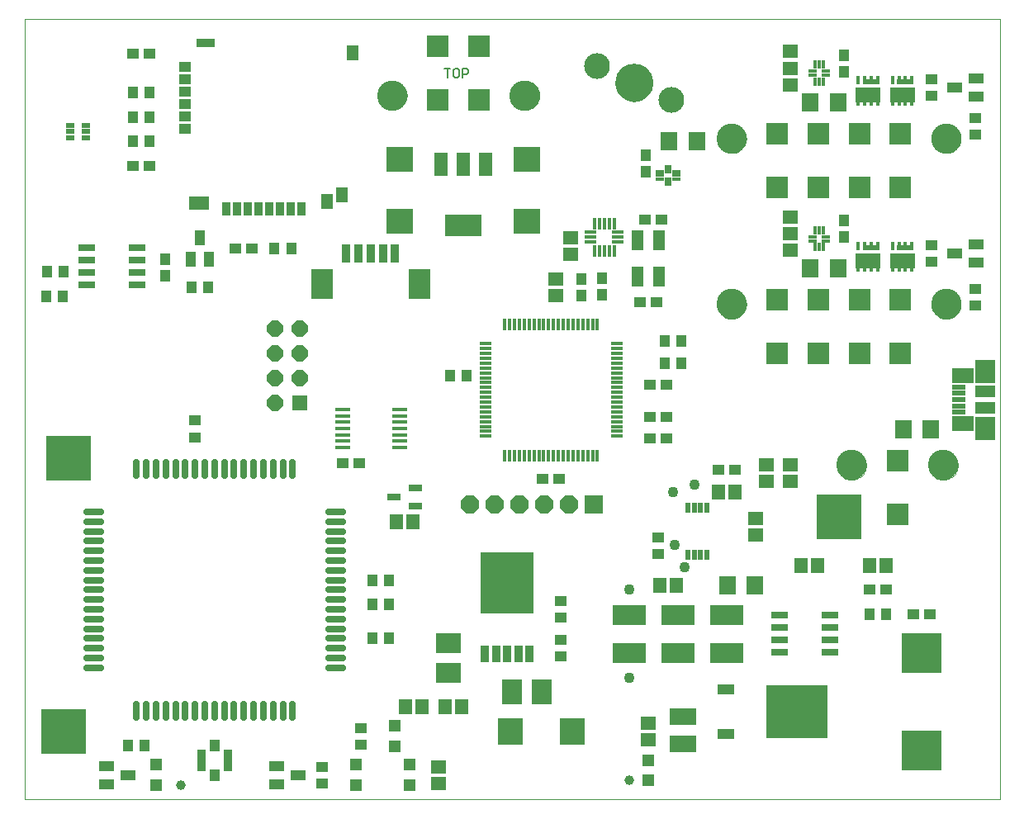
<source format=gts>
G75*
G70*
%OFA0B0*%
%FSLAX24Y24*%
%IPPOS*%
%LPD*%
%AMOC8*
5,1,8,0,0,1.08239X$1,22.5*
%
%ADD10C,0.0000*%
%ADD11C,0.0050*%
%ADD12R,0.0160X0.0480*%
%ADD13R,0.0480X0.0160*%
%ADD14R,0.0434X0.0473*%
%ADD15R,0.0631X0.0552*%
%ADD16R,0.0670X0.0260*%
%ADD17R,0.0473X0.0591*%
%ADD18R,0.0512X0.0591*%
%ADD19R,0.0355X0.0532*%
%ADD20R,0.0827X0.0532*%
%ADD21R,0.0512X0.0426*%
%ADD22R,0.0729X0.0375*%
%ADD23R,0.0620X0.0180*%
%ADD24R,0.0512X0.0158*%
%ADD25R,0.0158X0.0512*%
%ADD26C,0.0276*%
%ADD27R,0.0335X0.0197*%
%ADD28R,0.0473X0.0434*%
%ADD29R,0.0591X0.0434*%
%ADD30R,0.0512X0.0512*%
%ADD31R,0.0375X0.0906*%
%ADD32R,0.0434X0.0453*%
%ADD33R,0.0201X0.0442*%
%ADD34R,0.1615X0.1615*%
%ADD35R,0.0670X0.0276*%
%ADD36R,0.2481X0.2166*%
%ADD37R,0.0670X0.0434*%
%ADD38R,0.0670X0.0750*%
%ADD39R,0.0552X0.0631*%
%ADD40R,0.1379X0.0788*%
%ADD41R,0.1103X0.0670*%
%ADD42C,0.0434*%
%ADD43R,0.2166X0.2481*%
%ADD44R,0.0355X0.0670*%
%ADD45R,0.0867X0.0867*%
%ADD46C,0.1221*%
%ADD47R,0.0340X0.0140*%
%ADD48R,0.0140X0.0340*%
%ADD49R,0.0178X0.0178*%
%ADD50R,0.0705X0.0217*%
%ADD51R,0.0178X0.0355*%
%ADD52R,0.0984X0.0630*%
%ADD53C,0.1040*%
%ADD54C,0.1528*%
%ADD55R,0.0520X0.0920*%
%ADD56R,0.1457X0.0906*%
%ADD57R,0.1103X0.1044*%
%ADD58R,0.1044X0.1103*%
%ADD59R,0.0808X0.1024*%
%ADD60R,0.1024X0.0808*%
%ADD61OC8,0.0740*%
%ADD62R,0.0740X0.0740*%
%ADD63R,0.0560X0.0260*%
%ADD64C,0.0394*%
%ADD65R,0.0512X0.0827*%
%ADD66R,0.0583X0.0217*%
%ADD67R,0.0867X0.0621*%
%ADD68R,0.0788X0.0975*%
%ADD69R,0.0788X0.0503*%
%ADD70R,0.0434X0.0591*%
%ADD71R,0.0670X0.0749*%
%ADD72R,0.0640X0.0640*%
%ADD73OC8,0.0640*%
%ADD74R,0.0355X0.0749*%
%ADD75R,0.0867X0.1221*%
%ADD76R,0.1818X0.1818*%
D10*
X002964Y004456D02*
X002964Y035952D01*
X042334Y035952D01*
X042334Y004456D01*
X002964Y004456D01*
X030916Y024452D02*
X030918Y024500D01*
X030924Y024548D01*
X030934Y024595D01*
X030947Y024641D01*
X030965Y024686D01*
X030985Y024730D01*
X031010Y024772D01*
X031038Y024811D01*
X031068Y024848D01*
X031102Y024882D01*
X031139Y024914D01*
X031177Y024943D01*
X031218Y024968D01*
X031261Y024990D01*
X031306Y025008D01*
X031352Y025022D01*
X031399Y025033D01*
X031447Y025040D01*
X031495Y025043D01*
X031543Y025042D01*
X031591Y025037D01*
X031639Y025028D01*
X031685Y025016D01*
X031730Y024999D01*
X031774Y024979D01*
X031816Y024956D01*
X031856Y024929D01*
X031894Y024899D01*
X031929Y024866D01*
X031961Y024830D01*
X031991Y024792D01*
X032017Y024751D01*
X032039Y024708D01*
X032059Y024664D01*
X032074Y024619D01*
X032086Y024572D01*
X032094Y024524D01*
X032098Y024476D01*
X032098Y024428D01*
X032094Y024380D01*
X032086Y024332D01*
X032074Y024285D01*
X032059Y024240D01*
X032039Y024196D01*
X032017Y024153D01*
X031991Y024112D01*
X031961Y024074D01*
X031929Y024038D01*
X031894Y024005D01*
X031856Y023975D01*
X031816Y023948D01*
X031774Y023925D01*
X031730Y023905D01*
X031685Y023888D01*
X031639Y023876D01*
X031591Y023867D01*
X031543Y023862D01*
X031495Y023861D01*
X031447Y023864D01*
X031399Y023871D01*
X031352Y023882D01*
X031306Y023896D01*
X031261Y023914D01*
X031218Y023936D01*
X031177Y023961D01*
X031139Y023990D01*
X031102Y024022D01*
X031068Y024056D01*
X031038Y024093D01*
X031010Y024132D01*
X030985Y024174D01*
X030965Y024218D01*
X030947Y024263D01*
X030934Y024309D01*
X030924Y024356D01*
X030918Y024404D01*
X030916Y024452D01*
X030916Y031145D02*
X030918Y031193D01*
X030924Y031241D01*
X030934Y031288D01*
X030947Y031334D01*
X030965Y031379D01*
X030985Y031423D01*
X031010Y031465D01*
X031038Y031504D01*
X031068Y031541D01*
X031102Y031575D01*
X031139Y031607D01*
X031177Y031636D01*
X031218Y031661D01*
X031261Y031683D01*
X031306Y031701D01*
X031352Y031715D01*
X031399Y031726D01*
X031447Y031733D01*
X031495Y031736D01*
X031543Y031735D01*
X031591Y031730D01*
X031639Y031721D01*
X031685Y031709D01*
X031730Y031692D01*
X031774Y031672D01*
X031816Y031649D01*
X031856Y031622D01*
X031894Y031592D01*
X031929Y031559D01*
X031961Y031523D01*
X031991Y031485D01*
X032017Y031444D01*
X032039Y031401D01*
X032059Y031357D01*
X032074Y031312D01*
X032086Y031265D01*
X032094Y031217D01*
X032098Y031169D01*
X032098Y031121D01*
X032094Y031073D01*
X032086Y031025D01*
X032074Y030978D01*
X032059Y030933D01*
X032039Y030889D01*
X032017Y030846D01*
X031991Y030805D01*
X031961Y030767D01*
X031929Y030731D01*
X031894Y030698D01*
X031856Y030668D01*
X031816Y030641D01*
X031774Y030618D01*
X031730Y030598D01*
X031685Y030581D01*
X031639Y030569D01*
X031591Y030560D01*
X031543Y030555D01*
X031495Y030554D01*
X031447Y030557D01*
X031399Y030564D01*
X031352Y030575D01*
X031306Y030589D01*
X031261Y030607D01*
X031218Y030629D01*
X031177Y030654D01*
X031139Y030683D01*
X031102Y030715D01*
X031068Y030749D01*
X031038Y030786D01*
X031010Y030825D01*
X030985Y030867D01*
X030965Y030911D01*
X030947Y030956D01*
X030934Y031002D01*
X030924Y031049D01*
X030918Y031097D01*
X030916Y031145D01*
X026826Y033393D02*
X026828Y033447D01*
X026834Y033501D01*
X026844Y033555D01*
X026858Y033607D01*
X026875Y033659D01*
X026896Y033709D01*
X026921Y033757D01*
X026950Y033804D01*
X026981Y033848D01*
X027016Y033889D01*
X027054Y033929D01*
X027094Y033965D01*
X027137Y033998D01*
X027182Y034028D01*
X027230Y034055D01*
X027279Y034078D01*
X027330Y034097D01*
X027382Y034113D01*
X027435Y034125D01*
X027489Y034133D01*
X027543Y034137D01*
X027597Y034137D01*
X027651Y034133D01*
X027705Y034125D01*
X027758Y034113D01*
X027810Y034097D01*
X027861Y034078D01*
X027910Y034055D01*
X027958Y034028D01*
X028003Y033998D01*
X028046Y033965D01*
X028086Y033929D01*
X028124Y033889D01*
X028159Y033848D01*
X028190Y033804D01*
X028219Y033757D01*
X028244Y033709D01*
X028265Y033659D01*
X028282Y033607D01*
X028296Y033555D01*
X028306Y033501D01*
X028312Y033447D01*
X028314Y033393D01*
X028312Y033339D01*
X028306Y033285D01*
X028296Y033231D01*
X028282Y033179D01*
X028265Y033127D01*
X028244Y033077D01*
X028219Y033029D01*
X028190Y032982D01*
X028159Y032938D01*
X028124Y032897D01*
X028086Y032857D01*
X028046Y032821D01*
X028003Y032788D01*
X027958Y032758D01*
X027910Y032731D01*
X027861Y032708D01*
X027810Y032689D01*
X027758Y032673D01*
X027705Y032661D01*
X027651Y032653D01*
X027597Y032649D01*
X027543Y032649D01*
X027489Y032653D01*
X027435Y032661D01*
X027382Y032673D01*
X027330Y032689D01*
X027279Y032708D01*
X027230Y032731D01*
X027182Y032758D01*
X027137Y032788D01*
X027094Y032821D01*
X027054Y032857D01*
X027016Y032897D01*
X026981Y032938D01*
X026950Y032982D01*
X026921Y033029D01*
X026896Y033077D01*
X026875Y033127D01*
X026858Y033179D01*
X026844Y033231D01*
X026834Y033285D01*
X026828Y033339D01*
X026826Y033393D01*
X022569Y032885D02*
X022571Y032933D01*
X022577Y032981D01*
X022587Y033028D01*
X022600Y033074D01*
X022618Y033119D01*
X022638Y033163D01*
X022663Y033205D01*
X022691Y033244D01*
X022721Y033281D01*
X022755Y033315D01*
X022792Y033347D01*
X022830Y033376D01*
X022871Y033401D01*
X022914Y033423D01*
X022959Y033441D01*
X023005Y033455D01*
X023052Y033466D01*
X023100Y033473D01*
X023148Y033476D01*
X023196Y033475D01*
X023244Y033470D01*
X023292Y033461D01*
X023338Y033449D01*
X023383Y033432D01*
X023427Y033412D01*
X023469Y033389D01*
X023509Y033362D01*
X023547Y033332D01*
X023582Y033299D01*
X023614Y033263D01*
X023644Y033225D01*
X023670Y033184D01*
X023692Y033141D01*
X023712Y033097D01*
X023727Y033052D01*
X023739Y033005D01*
X023747Y032957D01*
X023751Y032909D01*
X023751Y032861D01*
X023747Y032813D01*
X023739Y032765D01*
X023727Y032718D01*
X023712Y032673D01*
X023692Y032629D01*
X023670Y032586D01*
X023644Y032545D01*
X023614Y032507D01*
X023582Y032471D01*
X023547Y032438D01*
X023509Y032408D01*
X023469Y032381D01*
X023427Y032358D01*
X023383Y032338D01*
X023338Y032321D01*
X023292Y032309D01*
X023244Y032300D01*
X023196Y032295D01*
X023148Y032294D01*
X023100Y032297D01*
X023052Y032304D01*
X023005Y032315D01*
X022959Y032329D01*
X022914Y032347D01*
X022871Y032369D01*
X022830Y032394D01*
X022792Y032423D01*
X022755Y032455D01*
X022721Y032489D01*
X022691Y032526D01*
X022663Y032565D01*
X022638Y032607D01*
X022618Y032651D01*
X022600Y032696D01*
X022587Y032742D01*
X022577Y032789D01*
X022571Y032837D01*
X022569Y032885D01*
X017215Y032885D02*
X017217Y032933D01*
X017223Y032981D01*
X017233Y033028D01*
X017246Y033074D01*
X017264Y033119D01*
X017284Y033163D01*
X017309Y033205D01*
X017337Y033244D01*
X017367Y033281D01*
X017401Y033315D01*
X017438Y033347D01*
X017476Y033376D01*
X017517Y033401D01*
X017560Y033423D01*
X017605Y033441D01*
X017651Y033455D01*
X017698Y033466D01*
X017746Y033473D01*
X017794Y033476D01*
X017842Y033475D01*
X017890Y033470D01*
X017938Y033461D01*
X017984Y033449D01*
X018029Y033432D01*
X018073Y033412D01*
X018115Y033389D01*
X018155Y033362D01*
X018193Y033332D01*
X018228Y033299D01*
X018260Y033263D01*
X018290Y033225D01*
X018316Y033184D01*
X018338Y033141D01*
X018358Y033097D01*
X018373Y033052D01*
X018385Y033005D01*
X018393Y032957D01*
X018397Y032909D01*
X018397Y032861D01*
X018393Y032813D01*
X018385Y032765D01*
X018373Y032718D01*
X018358Y032673D01*
X018338Y032629D01*
X018316Y032586D01*
X018290Y032545D01*
X018260Y032507D01*
X018228Y032471D01*
X018193Y032438D01*
X018155Y032408D01*
X018115Y032381D01*
X018073Y032358D01*
X018029Y032338D01*
X017984Y032321D01*
X017938Y032309D01*
X017890Y032300D01*
X017842Y032295D01*
X017794Y032294D01*
X017746Y032297D01*
X017698Y032304D01*
X017651Y032315D01*
X017605Y032329D01*
X017560Y032347D01*
X017517Y032369D01*
X017476Y032394D01*
X017438Y032423D01*
X017401Y032455D01*
X017367Y032489D01*
X017337Y032526D01*
X017309Y032565D01*
X017284Y032607D01*
X017264Y032651D01*
X017246Y032696D01*
X017233Y032742D01*
X017223Y032789D01*
X017217Y032837D01*
X017215Y032885D01*
X035758Y017956D02*
X035760Y018004D01*
X035766Y018052D01*
X035776Y018099D01*
X035789Y018145D01*
X035807Y018190D01*
X035827Y018234D01*
X035852Y018276D01*
X035880Y018315D01*
X035910Y018352D01*
X035944Y018386D01*
X035981Y018418D01*
X036019Y018447D01*
X036060Y018472D01*
X036103Y018494D01*
X036148Y018512D01*
X036194Y018526D01*
X036241Y018537D01*
X036289Y018544D01*
X036337Y018547D01*
X036385Y018546D01*
X036433Y018541D01*
X036481Y018532D01*
X036527Y018520D01*
X036572Y018503D01*
X036616Y018483D01*
X036658Y018460D01*
X036698Y018433D01*
X036736Y018403D01*
X036771Y018370D01*
X036803Y018334D01*
X036833Y018296D01*
X036859Y018255D01*
X036881Y018212D01*
X036901Y018168D01*
X036916Y018123D01*
X036928Y018076D01*
X036936Y018028D01*
X036940Y017980D01*
X036940Y017932D01*
X036936Y017884D01*
X036928Y017836D01*
X036916Y017789D01*
X036901Y017744D01*
X036881Y017700D01*
X036859Y017657D01*
X036833Y017616D01*
X036803Y017578D01*
X036771Y017542D01*
X036736Y017509D01*
X036698Y017479D01*
X036658Y017452D01*
X036616Y017429D01*
X036572Y017409D01*
X036527Y017392D01*
X036481Y017380D01*
X036433Y017371D01*
X036385Y017366D01*
X036337Y017365D01*
X036289Y017368D01*
X036241Y017375D01*
X036194Y017386D01*
X036148Y017400D01*
X036103Y017418D01*
X036060Y017440D01*
X036019Y017465D01*
X035981Y017494D01*
X035944Y017526D01*
X035910Y017560D01*
X035880Y017597D01*
X035852Y017636D01*
X035827Y017678D01*
X035807Y017722D01*
X035789Y017767D01*
X035776Y017813D01*
X035766Y017860D01*
X035760Y017908D01*
X035758Y017956D01*
X039459Y017956D02*
X039461Y018004D01*
X039467Y018052D01*
X039477Y018099D01*
X039490Y018145D01*
X039508Y018190D01*
X039528Y018234D01*
X039553Y018276D01*
X039581Y018315D01*
X039611Y018352D01*
X039645Y018386D01*
X039682Y018418D01*
X039720Y018447D01*
X039761Y018472D01*
X039804Y018494D01*
X039849Y018512D01*
X039895Y018526D01*
X039942Y018537D01*
X039990Y018544D01*
X040038Y018547D01*
X040086Y018546D01*
X040134Y018541D01*
X040182Y018532D01*
X040228Y018520D01*
X040273Y018503D01*
X040317Y018483D01*
X040359Y018460D01*
X040399Y018433D01*
X040437Y018403D01*
X040472Y018370D01*
X040504Y018334D01*
X040534Y018296D01*
X040560Y018255D01*
X040582Y018212D01*
X040602Y018168D01*
X040617Y018123D01*
X040629Y018076D01*
X040637Y018028D01*
X040641Y017980D01*
X040641Y017932D01*
X040637Y017884D01*
X040629Y017836D01*
X040617Y017789D01*
X040602Y017744D01*
X040582Y017700D01*
X040560Y017657D01*
X040534Y017616D01*
X040504Y017578D01*
X040472Y017542D01*
X040437Y017509D01*
X040399Y017479D01*
X040359Y017452D01*
X040317Y017429D01*
X040273Y017409D01*
X040228Y017392D01*
X040182Y017380D01*
X040134Y017371D01*
X040086Y017366D01*
X040038Y017365D01*
X039990Y017368D01*
X039942Y017375D01*
X039895Y017386D01*
X039849Y017400D01*
X039804Y017418D01*
X039761Y017440D01*
X039720Y017465D01*
X039682Y017494D01*
X039645Y017526D01*
X039611Y017560D01*
X039581Y017597D01*
X039553Y017636D01*
X039528Y017678D01*
X039508Y017722D01*
X039490Y017767D01*
X039477Y017813D01*
X039467Y017860D01*
X039461Y017908D01*
X039459Y017956D01*
X039577Y024452D02*
X039579Y024500D01*
X039585Y024548D01*
X039595Y024595D01*
X039608Y024641D01*
X039626Y024686D01*
X039646Y024730D01*
X039671Y024772D01*
X039699Y024811D01*
X039729Y024848D01*
X039763Y024882D01*
X039800Y024914D01*
X039838Y024943D01*
X039879Y024968D01*
X039922Y024990D01*
X039967Y025008D01*
X040013Y025022D01*
X040060Y025033D01*
X040108Y025040D01*
X040156Y025043D01*
X040204Y025042D01*
X040252Y025037D01*
X040300Y025028D01*
X040346Y025016D01*
X040391Y024999D01*
X040435Y024979D01*
X040477Y024956D01*
X040517Y024929D01*
X040555Y024899D01*
X040590Y024866D01*
X040622Y024830D01*
X040652Y024792D01*
X040678Y024751D01*
X040700Y024708D01*
X040720Y024664D01*
X040735Y024619D01*
X040747Y024572D01*
X040755Y024524D01*
X040759Y024476D01*
X040759Y024428D01*
X040755Y024380D01*
X040747Y024332D01*
X040735Y024285D01*
X040720Y024240D01*
X040700Y024196D01*
X040678Y024153D01*
X040652Y024112D01*
X040622Y024074D01*
X040590Y024038D01*
X040555Y024005D01*
X040517Y023975D01*
X040477Y023948D01*
X040435Y023925D01*
X040391Y023905D01*
X040346Y023888D01*
X040300Y023876D01*
X040252Y023867D01*
X040204Y023862D01*
X040156Y023861D01*
X040108Y023864D01*
X040060Y023871D01*
X040013Y023882D01*
X039967Y023896D01*
X039922Y023914D01*
X039879Y023936D01*
X039838Y023961D01*
X039800Y023990D01*
X039763Y024022D01*
X039729Y024056D01*
X039699Y024093D01*
X039671Y024132D01*
X039646Y024174D01*
X039626Y024218D01*
X039608Y024263D01*
X039595Y024309D01*
X039585Y024356D01*
X039579Y024404D01*
X039577Y024452D01*
X039577Y031145D02*
X039579Y031193D01*
X039585Y031241D01*
X039595Y031288D01*
X039608Y031334D01*
X039626Y031379D01*
X039646Y031423D01*
X039671Y031465D01*
X039699Y031504D01*
X039729Y031541D01*
X039763Y031575D01*
X039800Y031607D01*
X039838Y031636D01*
X039879Y031661D01*
X039922Y031683D01*
X039967Y031701D01*
X040013Y031715D01*
X040060Y031726D01*
X040108Y031733D01*
X040156Y031736D01*
X040204Y031735D01*
X040252Y031730D01*
X040300Y031721D01*
X040346Y031709D01*
X040391Y031692D01*
X040435Y031672D01*
X040477Y031649D01*
X040517Y031622D01*
X040555Y031592D01*
X040590Y031559D01*
X040622Y031523D01*
X040652Y031485D01*
X040678Y031444D01*
X040700Y031401D01*
X040720Y031357D01*
X040735Y031312D01*
X040747Y031265D01*
X040755Y031217D01*
X040759Y031169D01*
X040759Y031121D01*
X040755Y031073D01*
X040747Y031025D01*
X040735Y030978D01*
X040720Y030933D01*
X040700Y030889D01*
X040678Y030846D01*
X040652Y030805D01*
X040622Y030767D01*
X040590Y030731D01*
X040555Y030698D01*
X040517Y030668D01*
X040477Y030641D01*
X040435Y030618D01*
X040391Y030598D01*
X040346Y030581D01*
X040300Y030569D01*
X040252Y030560D01*
X040204Y030555D01*
X040156Y030554D01*
X040108Y030557D01*
X040060Y030564D01*
X040013Y030575D01*
X039967Y030589D01*
X039922Y030607D01*
X039879Y030629D01*
X039838Y030654D01*
X039800Y030683D01*
X039763Y030715D01*
X039729Y030749D01*
X039699Y030786D01*
X039671Y030825D01*
X039646Y030867D01*
X039626Y030911D01*
X039608Y030956D01*
X039595Y031002D01*
X039585Y031049D01*
X039579Y031097D01*
X039577Y031145D01*
D11*
X020888Y033790D02*
X020829Y033732D01*
X020654Y033732D01*
X020654Y033615D02*
X020654Y033965D01*
X020829Y033965D01*
X020888Y033907D01*
X020888Y033790D01*
X020520Y033674D02*
X020520Y033907D01*
X020461Y033965D01*
X020344Y033965D01*
X020286Y033907D01*
X020286Y033674D01*
X020344Y033615D01*
X020461Y033615D01*
X020520Y033674D01*
X020151Y033965D02*
X019918Y033965D01*
X020034Y033965D02*
X020034Y033615D01*
D12*
X025987Y027715D03*
X026177Y027715D03*
X026377Y027715D03*
X026577Y027715D03*
X026767Y027715D03*
X026767Y026615D03*
X026577Y026615D03*
X026377Y026615D03*
X026177Y026615D03*
X025987Y026615D03*
D13*
X025827Y026965D03*
X025827Y027165D03*
X025827Y027365D03*
X026927Y027365D03*
X026927Y027165D03*
X026927Y026965D03*
D14*
X026275Y025496D03*
X026275Y024826D03*
X025440Y024815D03*
X025440Y025484D03*
X028810Y022960D03*
X029479Y022960D03*
X029479Y022055D03*
X028810Y022055D03*
X036034Y027153D03*
X036034Y027822D03*
X036034Y033846D03*
X036034Y034515D03*
X028062Y030480D03*
X028062Y029811D03*
X020818Y021582D03*
X020149Y021582D03*
X013731Y026700D03*
X013062Y026700D03*
X010385Y025126D03*
X009716Y025126D03*
X008637Y025594D03*
X008637Y026263D03*
X004546Y025752D03*
X003877Y025752D03*
X003845Y024767D03*
X004515Y024767D03*
X007353Y031031D03*
X008023Y031031D03*
X008023Y032015D03*
X007353Y032015D03*
X007353Y033000D03*
X008023Y033000D03*
X016999Y013315D03*
X017668Y013315D03*
X017668Y012330D03*
X016999Y012330D03*
X016999Y010952D03*
X017668Y010952D03*
X007826Y006622D03*
X007156Y006622D03*
X037078Y011937D03*
X037747Y011937D03*
D15*
X032491Y015145D03*
X032491Y015815D03*
X032924Y017311D03*
X032924Y017980D03*
X033869Y017980D03*
X033869Y017311D03*
X024420Y024791D03*
X024420Y025460D03*
X025015Y026452D03*
X025015Y027122D03*
X033869Y027291D03*
X033869Y026622D03*
X033869Y027960D03*
X033869Y033315D03*
X033869Y033984D03*
X033869Y034653D03*
X028160Y007547D03*
X028160Y006878D03*
X019696Y005775D03*
X019696Y005106D03*
D16*
X007509Y025242D03*
X007509Y025742D03*
X007509Y026242D03*
X007509Y026742D03*
X005489Y026742D03*
X005489Y026242D03*
X005489Y025742D03*
X005489Y025242D03*
D17*
X016208Y034608D03*
D18*
X015779Y028874D03*
X015188Y028598D03*
D19*
X014141Y028293D03*
X013708Y028293D03*
X013275Y028293D03*
X012842Y028293D03*
X012408Y028293D03*
X011975Y028293D03*
X011542Y028293D03*
X011109Y028293D03*
D20*
X010007Y028549D03*
D21*
X009436Y031539D03*
X009436Y032039D03*
X009436Y032539D03*
X009436Y033039D03*
X009436Y033539D03*
X009436Y034039D03*
D22*
X010292Y035006D03*
D23*
X015818Y020199D03*
X015818Y019939D03*
X015818Y019689D03*
X015818Y019429D03*
X015818Y019169D03*
X015818Y018919D03*
X015818Y018659D03*
X018118Y018659D03*
X018118Y018919D03*
X018118Y019169D03*
X018118Y019429D03*
X018118Y019689D03*
X018118Y019939D03*
X018118Y020199D03*
D24*
X021576Y020106D03*
X021576Y020303D03*
X021576Y020500D03*
X021576Y020696D03*
X021576Y020893D03*
X021576Y021090D03*
X021576Y021287D03*
X021576Y021484D03*
X021576Y021681D03*
X021576Y021878D03*
X021576Y022074D03*
X021576Y022271D03*
X021576Y022468D03*
X021576Y022665D03*
X021576Y022862D03*
X021576Y019909D03*
X021576Y019712D03*
X021576Y019515D03*
X021576Y019319D03*
X021576Y019122D03*
X026871Y019122D03*
X026871Y019319D03*
X026871Y019515D03*
X026871Y019712D03*
X026871Y019909D03*
X026871Y020106D03*
X026871Y020303D03*
X026871Y020500D03*
X026871Y020696D03*
X026871Y020893D03*
X026871Y021090D03*
X026871Y021287D03*
X026871Y021484D03*
X026871Y021681D03*
X026871Y021878D03*
X026871Y022074D03*
X026871Y022271D03*
X026871Y022468D03*
X026871Y022665D03*
X026871Y022862D03*
D25*
X026094Y023639D03*
X025897Y023639D03*
X025700Y023639D03*
X025503Y023639D03*
X025306Y023639D03*
X025109Y023639D03*
X024912Y023639D03*
X024716Y023639D03*
X024519Y023639D03*
X024322Y023639D03*
X024125Y023639D03*
X023928Y023639D03*
X023731Y023639D03*
X023534Y023639D03*
X023338Y023639D03*
X023141Y023639D03*
X022944Y023639D03*
X022747Y023639D03*
X022550Y023639D03*
X022353Y023639D03*
X022353Y018344D03*
X022550Y018344D03*
X022747Y018344D03*
X022944Y018344D03*
X023141Y018344D03*
X023338Y018344D03*
X023534Y018344D03*
X023731Y018344D03*
X023928Y018344D03*
X024125Y018344D03*
X024322Y018344D03*
X024519Y018344D03*
X024716Y018344D03*
X024912Y018344D03*
X025109Y018344D03*
X025306Y018344D03*
X025503Y018344D03*
X025700Y018344D03*
X025897Y018344D03*
X026094Y018344D03*
D26*
X015798Y016070D02*
X015248Y016070D01*
X015248Y015677D02*
X015798Y015677D01*
X015798Y015283D02*
X015248Y015283D01*
X015248Y014889D02*
X015798Y014889D01*
X015798Y014496D02*
X015248Y014496D01*
X015248Y014102D02*
X015798Y014102D01*
X015798Y013708D02*
X015248Y013708D01*
X015248Y013315D02*
X015798Y013315D01*
X015798Y012921D02*
X015248Y012921D01*
X015248Y012527D02*
X015798Y012527D01*
X015798Y012133D02*
X015248Y012133D01*
X015248Y011740D02*
X015798Y011740D01*
X015798Y011346D02*
X015248Y011346D01*
X015248Y010952D02*
X015798Y010952D01*
X015798Y010559D02*
X015248Y010559D01*
X015248Y010165D02*
X015798Y010165D01*
X015798Y009771D02*
X015248Y009771D01*
X013790Y008314D02*
X013790Y007764D01*
X013397Y007764D02*
X013397Y008314D01*
X013003Y008314D02*
X013003Y007764D01*
X012609Y007764D02*
X012609Y008314D01*
X012216Y008314D02*
X012216Y007764D01*
X011822Y007764D02*
X011822Y008314D01*
X011428Y008314D02*
X011428Y007764D01*
X011034Y007764D02*
X011034Y008314D01*
X010641Y008314D02*
X010641Y007764D01*
X010247Y007764D02*
X010247Y008314D01*
X009853Y008314D02*
X009853Y007764D01*
X009460Y007764D02*
X009460Y008314D01*
X009066Y008314D02*
X009066Y007764D01*
X008672Y007764D02*
X008672Y008314D01*
X008279Y008314D02*
X008279Y007764D01*
X007885Y007764D02*
X007885Y008314D01*
X007491Y008314D02*
X007491Y007764D01*
X006034Y009771D02*
X005484Y009771D01*
X005484Y010165D02*
X006034Y010165D01*
X006034Y010559D02*
X005484Y010559D01*
X005484Y010952D02*
X006034Y010952D01*
X006034Y011346D02*
X005484Y011346D01*
X005484Y011740D02*
X006034Y011740D01*
X006034Y012133D02*
X005484Y012133D01*
X005484Y012527D02*
X006034Y012527D01*
X006034Y012921D02*
X005484Y012921D01*
X005484Y013315D02*
X006034Y013315D01*
X006034Y013708D02*
X005484Y013708D01*
X005484Y014102D02*
X006034Y014102D01*
X006034Y014496D02*
X005484Y014496D01*
X005484Y014889D02*
X006034Y014889D01*
X006034Y015283D02*
X005484Y015283D01*
X005484Y015677D02*
X006034Y015677D01*
X006034Y016070D02*
X005484Y016070D01*
X007491Y017528D02*
X007491Y018078D01*
X007885Y018078D02*
X007885Y017528D01*
X008279Y017528D02*
X008279Y018078D01*
X008672Y018078D02*
X008672Y017528D01*
X009066Y017528D02*
X009066Y018078D01*
X009460Y018078D02*
X009460Y017528D01*
X009853Y017528D02*
X009853Y018078D01*
X010247Y018078D02*
X010247Y017528D01*
X010641Y017528D02*
X010641Y018078D01*
X011034Y018078D02*
X011034Y017528D01*
X011428Y017528D02*
X011428Y018078D01*
X011822Y018078D02*
X011822Y017528D01*
X012216Y017528D02*
X012216Y018078D01*
X012609Y018078D02*
X012609Y017528D01*
X013003Y017528D02*
X013003Y018078D01*
X013397Y018078D02*
X013397Y017528D01*
X013790Y017528D02*
X013790Y018078D01*
D27*
X005454Y031169D03*
X005454Y031431D03*
X005454Y031681D03*
X004804Y031681D03*
X004804Y031425D03*
X004804Y031169D03*
D28*
X007353Y030047D03*
X008023Y030047D03*
X011487Y026700D03*
X012156Y026700D03*
X009853Y019752D03*
X009853Y019082D03*
X015818Y018039D03*
X016487Y018039D03*
X023889Y017409D03*
X024558Y017409D03*
X028219Y019023D03*
X028889Y019023D03*
X028889Y019889D03*
X028219Y019889D03*
X028219Y021189D03*
X028889Y021189D03*
X028495Y024535D03*
X027826Y024535D03*
X028023Y027881D03*
X028692Y027881D03*
X039578Y026838D03*
X039578Y026169D03*
X041349Y025067D03*
X041349Y024397D03*
X041349Y031287D03*
X041349Y031956D03*
X039578Y032862D03*
X039578Y033531D03*
X031645Y017763D03*
X030975Y017763D03*
X028554Y015027D03*
X028554Y014358D03*
X024617Y012468D03*
X024617Y011799D03*
X024617Y010893D03*
X024617Y010224D03*
X016546Y007350D03*
X016546Y006681D03*
X014971Y005775D03*
X014971Y005106D03*
X037078Y012921D03*
X037747Y012921D03*
X038849Y011937D03*
X039519Y011937D03*
X008023Y034574D03*
X007353Y034574D03*
D29*
X040523Y033196D03*
X041389Y032822D03*
X041389Y033570D03*
X041389Y026878D03*
X041389Y026130D03*
X040523Y026504D03*
X014027Y005441D03*
X013160Y005815D03*
X013160Y005067D03*
X007137Y005441D03*
X006271Y005815D03*
X006271Y005067D03*
D30*
X008279Y005027D03*
X008279Y005854D03*
X016349Y005854D03*
X016349Y005027D03*
X017924Y006602D03*
X017924Y007429D03*
X018515Y005854D03*
X018515Y005027D03*
X028160Y005224D03*
X028160Y006051D03*
D31*
X011182Y006031D03*
X010099Y006031D03*
D32*
X010641Y006631D03*
X010641Y005431D03*
D33*
X029745Y014338D03*
X030001Y014338D03*
X030257Y014338D03*
X030513Y014338D03*
X030513Y016228D03*
X030257Y016228D03*
X030001Y016228D03*
X029745Y016228D03*
D34*
X039184Y010362D03*
X039184Y006425D03*
D35*
X035483Y010399D03*
X035483Y010899D03*
X035483Y011399D03*
X035483Y011899D03*
X033436Y011899D03*
X033436Y011399D03*
X033436Y010899D03*
X033436Y010399D03*
D36*
X034156Y008000D03*
D37*
X031282Y008897D03*
X031282Y007102D03*
D38*
X031341Y013118D03*
X032460Y013118D03*
X034687Y025913D03*
X035807Y025913D03*
X030098Y031031D03*
X028979Y031031D03*
X034687Y032606D03*
X035807Y032606D03*
D39*
X031645Y016858D03*
X030975Y016858D03*
X034322Y013905D03*
X034991Y013905D03*
X037078Y013905D03*
X037747Y013905D03*
X029282Y013118D03*
X028613Y013118D03*
X020621Y008196D03*
X019952Y008196D03*
X019007Y008196D03*
X018338Y008196D03*
X018653Y015677D03*
X017983Y015677D03*
D40*
X027373Y011917D03*
X027373Y010381D03*
X029342Y010381D03*
X029342Y011917D03*
X031310Y011917D03*
X031310Y010381D03*
D41*
X029538Y007803D03*
X029538Y006700D03*
D42*
X027373Y009378D03*
X027373Y012921D03*
X029617Y013826D03*
X029223Y014732D03*
X029145Y016858D03*
X030011Y017173D03*
D43*
X022452Y013208D03*
D44*
X022452Y010334D03*
X022901Y010334D03*
X023349Y010334D03*
X022003Y010334D03*
X021554Y010334D03*
D45*
X033357Y022468D03*
X035011Y022468D03*
X036664Y022468D03*
X038318Y022468D03*
X038318Y024633D03*
X036664Y024633D03*
X035011Y024633D03*
X033357Y024633D03*
X033357Y029161D03*
X035011Y029161D03*
X036664Y029161D03*
X038318Y029161D03*
X038318Y031326D03*
X036664Y031326D03*
X035011Y031326D03*
X033357Y031326D03*
X021310Y032704D03*
X019656Y032704D03*
X019656Y034870D03*
X021310Y034870D03*
X038200Y018137D03*
X038200Y015972D03*
D46*
X040050Y017956D03*
X036349Y017956D03*
X040168Y024452D03*
X040168Y031145D03*
X031507Y031145D03*
X031507Y024452D03*
X023160Y032885D03*
X017806Y032885D03*
D47*
X028608Y029813D03*
X028608Y029653D03*
X028608Y029493D03*
X029288Y029493D03*
X029288Y029653D03*
X029288Y029813D03*
X034790Y027174D03*
X034790Y027014D03*
X035310Y027014D03*
X035310Y027174D03*
X035310Y033707D03*
X035310Y033867D03*
X034790Y033867D03*
X034790Y033707D03*
D48*
X034890Y033447D03*
X035050Y033447D03*
X035210Y033447D03*
X035210Y034127D03*
X035050Y034127D03*
X034890Y034127D03*
X029028Y029913D03*
X028868Y029913D03*
X028868Y029393D03*
X029028Y029393D03*
X034890Y027434D03*
X035050Y027434D03*
X035210Y027434D03*
X035210Y026754D03*
X035050Y026754D03*
X034890Y026754D03*
D49*
X036621Y025834D03*
X036885Y025834D03*
X037149Y025834D03*
X037412Y025834D03*
X037999Y025834D03*
X038263Y025834D03*
X038527Y025834D03*
X038790Y025834D03*
X038790Y026897D03*
X038527Y026897D03*
X038263Y026897D03*
X037412Y026897D03*
X037149Y026897D03*
X036885Y026897D03*
X036885Y032527D03*
X037149Y032527D03*
X037412Y032527D03*
X037999Y032527D03*
X038263Y032527D03*
X038527Y032527D03*
X038790Y032527D03*
X038790Y033590D03*
X038527Y033590D03*
X038263Y033590D03*
X037412Y033590D03*
X037149Y033590D03*
X036885Y033590D03*
X036621Y032527D03*
D50*
X037149Y033433D03*
X038527Y033433D03*
X038527Y026740D03*
X037149Y026740D03*
D51*
X036621Y026809D03*
X037999Y026809D03*
X037999Y033502D03*
X036621Y033502D03*
D52*
X037019Y032901D03*
X038397Y032901D03*
X038397Y026208D03*
X037019Y026208D03*
D53*
X029070Y032712D03*
X026070Y034074D03*
D54*
X027570Y033393D03*
D55*
X021590Y030086D03*
X020680Y030086D03*
X019770Y030086D03*
D56*
X020680Y027646D03*
D57*
X018121Y027813D03*
X018121Y030313D03*
X023239Y030313D03*
X023239Y027813D03*
D58*
X022580Y007212D03*
X025080Y007212D03*
D59*
X023840Y008787D03*
X022639Y008787D03*
D60*
X020090Y009565D03*
X020090Y010765D03*
D61*
X020936Y016366D03*
X021936Y016366D03*
X022936Y016366D03*
X023936Y016366D03*
X024936Y016366D03*
D62*
X025936Y016366D03*
D63*
X018748Y016291D03*
X018748Y017031D03*
X017888Y016661D03*
D64*
X009263Y005047D03*
X027373Y005244D03*
D65*
X027727Y025578D03*
X028594Y025578D03*
X028594Y027035D03*
X027727Y027035D03*
D66*
X040696Y021110D03*
X040696Y020854D03*
X040696Y020598D03*
X040696Y020342D03*
X040696Y020086D03*
D67*
X040838Y019629D03*
X040838Y021568D03*
D68*
X041743Y021745D03*
X041743Y019451D03*
D69*
X041743Y020268D03*
X041743Y020928D03*
D70*
X010424Y026267D03*
X009676Y026267D03*
X010050Y027133D03*
D71*
X038436Y019417D03*
X039538Y019417D03*
D72*
X014094Y020476D03*
D73*
X013094Y020476D03*
X013094Y021476D03*
X014094Y021476D03*
X014094Y022476D03*
X013094Y022476D03*
X013094Y023476D03*
X014094Y023476D03*
D74*
X015956Y026504D03*
X016448Y026504D03*
X016940Y026504D03*
X017432Y026504D03*
X017924Y026504D03*
D75*
X018908Y025273D03*
X014971Y025273D03*
D76*
X004735Y018236D03*
X004538Y007212D03*
X035838Y015874D03*
M02*

</source>
